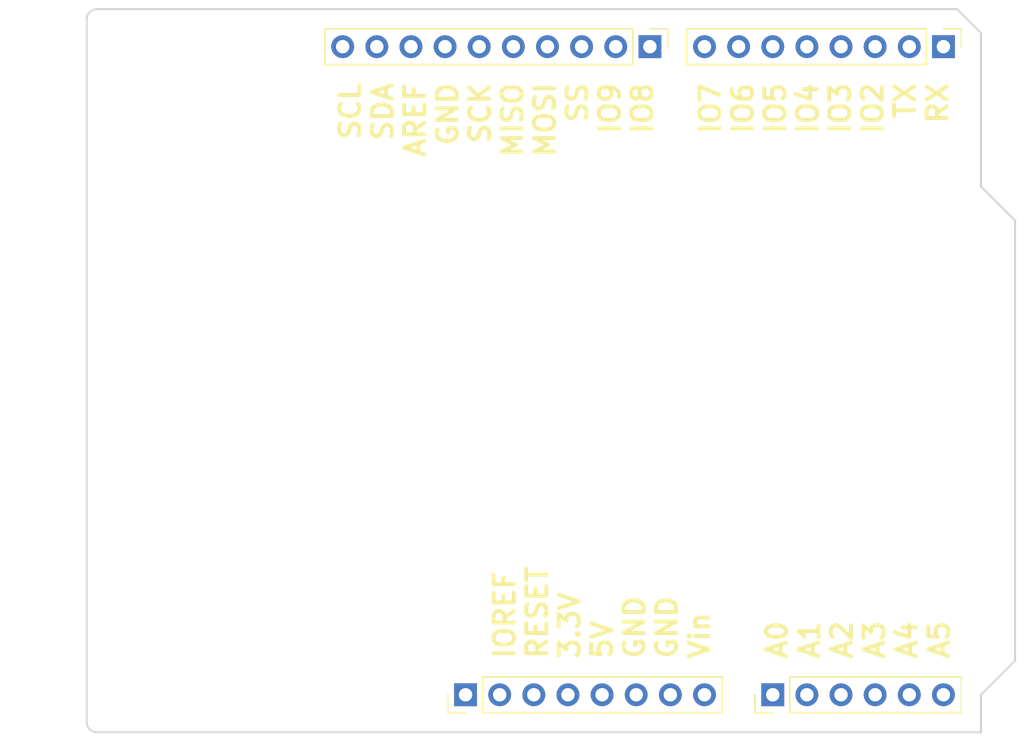
<source format=kicad_pcb>
(kicad_pcb (version 4) (host pcbnew 4.0.7)

  (general
    (links 4)
    (no_connects 4)
    (area 110.54917 50.444983 226.758945 110.415396)
    (thickness 1.6)
    (drawings 23)
    (tracks 0)
    (zones 0)
    (modules 8)
    (nets 29)
  )

  (page A4)
  (layers
    (0 F.Cu signal)
    (31 B.Cu signal)
    (32 B.Adhes user)
    (33 F.Adhes user)
    (34 B.Paste user)
    (35 F.Paste user)
    (36 B.SilkS user)
    (37 F.SilkS user)
    (38 B.Mask user)
    (39 F.Mask user)
    (40 Dwgs.User user)
    (41 Cmts.User user)
    (42 Eco1.User user)
    (43 Eco2.User user)
    (44 Edge.Cuts user)
    (45 Margin user)
    (46 B.CrtYd user)
    (47 F.CrtYd user)
    (48 B.Fab user)
    (49 F.Fab user)
  )

  (setup
    (last_trace_width 0.25)
    (trace_clearance 0.2)
    (zone_clearance 0.508)
    (zone_45_only no)
    (trace_min 0.2)
    (segment_width 0.2)
    (edge_width 0.15)
    (via_size 0.6)
    (via_drill 0.4)
    (via_min_size 0.4)
    (via_min_drill 0.3)
    (uvia_size 0.3)
    (uvia_drill 0.1)
    (uvias_allowed no)
    (uvia_min_size 0.2)
    (uvia_min_drill 0.1)
    (pcb_text_width 0.3)
    (pcb_text_size 1.5 1.5)
    (mod_edge_width 0.15)
    (mod_text_size 1 1)
    (mod_text_width 0.15)
    (pad_size 1.524 1.524)
    (pad_drill 0.762)
    (pad_to_mask_clearance 0.2)
    (aux_axis_origin 0 0)
    (visible_elements FFFFFF7F)
    (pcbplotparams
      (layerselection 0x00030_80000001)
      (usegerberextensions false)
      (excludeedgelayer true)
      (linewidth 0.100000)
      (plotframeref false)
      (viasonmask false)
      (mode 1)
      (useauxorigin false)
      (hpglpennumber 1)
      (hpglpenspeed 20)
      (hpglpendiameter 15)
      (hpglpenoverlay 2)
      (psnegative false)
      (psa4output false)
      (plotreference true)
      (plotvalue true)
      (plotinvisibletext false)
      (padsonsilk false)
      (subtractmaskfromsilk false)
      (outputformat 1)
      (mirror false)
      (drillshape 1)
      (scaleselection 1)
      (outputdirectory ""))
  )

  (net 0 "")
  (net 1 "Net-(J1-Pad1)")
  (net 2 /IOREF)
  (net 3 /RESET)
  (net 4 +3V3)
  (net 5 +5V)
  (net 6 GND)
  (net 7 /Vin)
  (net 8 /A0)
  (net 9 /A1)
  (net 10 /A2)
  (net 11 /A3)
  (net 12 /A4)
  (net 13 /A5)
  (net 14 /IO8)
  (net 15 /IO9)
  (net 16 /SS)
  (net 17 /MOSI)
  (net 18 /MISO)
  (net 19 /SCK)
  (net 20 /AREF)
  (net 21 /RX)
  (net 22 /TX)
  (net 23 /IO2)
  (net 24 /IO3)
  (net 25 /IO4)
  (net 26 /IO5)
  (net 27 /IO6)
  (net 28 /IO7)

  (net_class Default "Dies ist die voreingestellte Netzklasse."
    (clearance 0.2)
    (trace_width 0.25)
    (via_dia 0.6)
    (via_drill 0.4)
    (uvia_dia 0.3)
    (uvia_drill 0.1)
    (add_net +3V3)
    (add_net +5V)
    (add_net /A0)
    (add_net /A1)
    (add_net /A2)
    (add_net /A3)
    (add_net /A4)
    (add_net /A5)
    (add_net /AREF)
    (add_net /IO2)
    (add_net /IO3)
    (add_net /IO4)
    (add_net /IO5)
    (add_net /IO6)
    (add_net /IO7)
    (add_net /IO8)
    (add_net /IO9)
    (add_net /IOREF)
    (add_net /MISO)
    (add_net /MOSI)
    (add_net /RESET)
    (add_net /RX)
    (add_net /SCK)
    (add_net /SS)
    (add_net /TX)
    (add_net /Vin)
    (add_net GND)
    (add_net "Net-(J1-Pad1)")
  )

  (module Pin_Headers:Pin_Header_Straight_1x08_Pitch2.54mm (layer F.Cu) (tedit 5A4D49DD) (tstamp 5A4D487E)
    (at 142.494 101.346 90)
    (descr "Through hole straight pin header, 1x08, 2.54mm pitch, single row")
    (tags "Through hole pin header THT 1x08 2.54mm single row")
    (path /5A4D3F50)
    (fp_text reference J1 (at 0 -2.33 90) (layer F.SilkS) hide
      (effects (font (size 1 1) (thickness 0.15)))
    )
    (fp_text value POWER (at 0 20.11 90) (layer F.Fab) hide
      (effects (font (size 1 1) (thickness 0.15)))
    )
    (fp_line (start -0.635 -1.27) (end 1.27 -1.27) (layer F.Fab) (width 0.1))
    (fp_line (start 1.27 -1.27) (end 1.27 19.05) (layer F.Fab) (width 0.1))
    (fp_line (start 1.27 19.05) (end -1.27 19.05) (layer F.Fab) (width 0.1))
    (fp_line (start -1.27 19.05) (end -1.27 -0.635) (layer F.Fab) (width 0.1))
    (fp_line (start -1.27 -0.635) (end -0.635 -1.27) (layer F.Fab) (width 0.1))
    (fp_line (start -1.33 19.11) (end 1.33 19.11) (layer F.SilkS) (width 0.12))
    (fp_line (start -1.33 1.27) (end -1.33 19.11) (layer F.SilkS) (width 0.12))
    (fp_line (start 1.33 1.27) (end 1.33 19.11) (layer F.SilkS) (width 0.12))
    (fp_line (start -1.33 1.27) (end 1.33 1.27) (layer F.SilkS) (width 0.12))
    (fp_line (start -1.33 0) (end -1.33 -1.33) (layer F.SilkS) (width 0.12))
    (fp_line (start -1.33 -1.33) (end 0 -1.33) (layer F.SilkS) (width 0.12))
    (fp_line (start -1.8 -1.8) (end -1.8 19.55) (layer F.CrtYd) (width 0.05))
    (fp_line (start -1.8 19.55) (end 1.8 19.55) (layer F.CrtYd) (width 0.05))
    (fp_line (start 1.8 19.55) (end 1.8 -1.8) (layer F.CrtYd) (width 0.05))
    (fp_line (start 1.8 -1.8) (end -1.8 -1.8) (layer F.CrtYd) (width 0.05))
    (fp_text user %R (at 0 8.89 180) (layer F.Fab)
      (effects (font (size 1 1) (thickness 0.15)))
    )
    (pad 1 thru_hole rect (at 0 0 90) (size 1.7 1.7) (drill 1) (layers *.Cu *.Mask)
      (net 1 "Net-(J1-Pad1)"))
    (pad 2 thru_hole oval (at 0 2.54 90) (size 1.7 1.7) (drill 1) (layers *.Cu *.Mask)
      (net 2 /IOREF))
    (pad 3 thru_hole oval (at 0 5.08 90) (size 1.7 1.7) (drill 1) (layers *.Cu *.Mask)
      (net 3 /RESET))
    (pad 4 thru_hole oval (at 0 7.62 90) (size 1.7 1.7) (drill 1) (layers *.Cu *.Mask)
      (net 4 +3V3))
    (pad 5 thru_hole oval (at 0 10.16 90) (size 1.7 1.7) (drill 1) (layers *.Cu *.Mask)
      (net 5 +5V))
    (pad 6 thru_hole oval (at 0 12.7 90) (size 1.7 1.7) (drill 1) (layers *.Cu *.Mask)
      (net 6 GND))
    (pad 7 thru_hole oval (at 0 15.24 90) (size 1.7 1.7) (drill 1) (layers *.Cu *.Mask)
      (net 6 GND))
    (pad 8 thru_hole oval (at 0 17.78 90) (size 1.7 1.7) (drill 1) (layers *.Cu *.Mask)
      (net 7 /Vin))
    (model ${KISYS3DMOD}/Pin_Headers.3dshapes/Pin_Header_Straight_1x08_Pitch2.54mm.wrl
      (at (xyz 0 0 0))
      (scale (xyz 1 1 1))
      (rotate (xyz 0 0 0))
    )
  )

  (module Pin_Headers:Pin_Header_Straight_1x06_Pitch2.54mm (layer F.Cu) (tedit 5A4D49E2) (tstamp 5A4D4888)
    (at 165.354 101.346 90)
    (descr "Through hole straight pin header, 1x06, 2.54mm pitch, single row")
    (tags "Through hole pin header THT 1x06 2.54mm single row")
    (path /5A4D408D)
    (fp_text reference J2 (at 0 -2.33 90) (layer F.SilkS) hide
      (effects (font (size 1 1) (thickness 0.15)))
    )
    (fp_text value "ANALOG IN" (at 0 15.03 90) (layer F.Fab) hide
      (effects (font (size 1 1) (thickness 0.15)))
    )
    (fp_line (start -0.635 -1.27) (end 1.27 -1.27) (layer F.Fab) (width 0.1))
    (fp_line (start 1.27 -1.27) (end 1.27 13.97) (layer F.Fab) (width 0.1))
    (fp_line (start 1.27 13.97) (end -1.27 13.97) (layer F.Fab) (width 0.1))
    (fp_line (start -1.27 13.97) (end -1.27 -0.635) (layer F.Fab) (width 0.1))
    (fp_line (start -1.27 -0.635) (end -0.635 -1.27) (layer F.Fab) (width 0.1))
    (fp_line (start -1.33 14.03) (end 1.33 14.03) (layer F.SilkS) (width 0.12))
    (fp_line (start -1.33 1.27) (end -1.33 14.03) (layer F.SilkS) (width 0.12))
    (fp_line (start 1.33 1.27) (end 1.33 14.03) (layer F.SilkS) (width 0.12))
    (fp_line (start -1.33 1.27) (end 1.33 1.27) (layer F.SilkS) (width 0.12))
    (fp_line (start -1.33 0) (end -1.33 -1.33) (layer F.SilkS) (width 0.12))
    (fp_line (start -1.33 -1.33) (end 0 -1.33) (layer F.SilkS) (width 0.12))
    (fp_line (start -1.8 -1.8) (end -1.8 14.5) (layer F.CrtYd) (width 0.05))
    (fp_line (start -1.8 14.5) (end 1.8 14.5) (layer F.CrtYd) (width 0.05))
    (fp_line (start 1.8 14.5) (end 1.8 -1.8) (layer F.CrtYd) (width 0.05))
    (fp_line (start 1.8 -1.8) (end -1.8 -1.8) (layer F.CrtYd) (width 0.05))
    (fp_text user %R (at 0 6.35 180) (layer F.Fab)
      (effects (font (size 1 1) (thickness 0.15)))
    )
    (pad 1 thru_hole rect (at 0 0 90) (size 1.7 1.7) (drill 1) (layers *.Cu *.Mask)
      (net 8 /A0))
    (pad 2 thru_hole oval (at 0 2.54 90) (size 1.7 1.7) (drill 1) (layers *.Cu *.Mask)
      (net 9 /A1))
    (pad 3 thru_hole oval (at 0 5.08 90) (size 1.7 1.7) (drill 1) (layers *.Cu *.Mask)
      (net 10 /A2))
    (pad 4 thru_hole oval (at 0 7.62 90) (size 1.7 1.7) (drill 1) (layers *.Cu *.Mask)
      (net 11 /A3))
    (pad 5 thru_hole oval (at 0 10.16 90) (size 1.7 1.7) (drill 1) (layers *.Cu *.Mask)
      (net 12 /A4))
    (pad 6 thru_hole oval (at 0 12.7 90) (size 1.7 1.7) (drill 1) (layers *.Cu *.Mask)
      (net 13 /A5))
    (model ${KISYS3DMOD}/Pin_Headers.3dshapes/Pin_Header_Straight_1x06_Pitch2.54mm.wrl
      (at (xyz 0 0 0))
      (scale (xyz 1 1 1))
      (rotate (xyz 0 0 0))
    )
  )

  (module Pin_Headers:Pin_Header_Straight_1x10_Pitch2.54mm (layer F.Cu) (tedit 5A4D49C4) (tstamp 5A4D4896)
    (at 156.21 53.086 270)
    (descr "Through hole straight pin header, 1x10, 2.54mm pitch, single row")
    (tags "Through hole pin header THT 1x10 2.54mm single row")
    (path /5A4D4192)
    (fp_text reference J3 (at 0 -2.33 270) (layer F.SilkS) hide
      (effects (font (size 1 1) (thickness 0.15)))
    )
    (fp_text value IOH (at 0 25.19 270) (layer F.Fab) hide
      (effects (font (size 1 1) (thickness 0.15)))
    )
    (fp_line (start -0.635 -1.27) (end 1.27 -1.27) (layer F.Fab) (width 0.1))
    (fp_line (start 1.27 -1.27) (end 1.27 24.13) (layer F.Fab) (width 0.1))
    (fp_line (start 1.27 24.13) (end -1.27 24.13) (layer F.Fab) (width 0.1))
    (fp_line (start -1.27 24.13) (end -1.27 -0.635) (layer F.Fab) (width 0.1))
    (fp_line (start -1.27 -0.635) (end -0.635 -1.27) (layer F.Fab) (width 0.1))
    (fp_line (start -1.33 24.19) (end 1.33 24.19) (layer F.SilkS) (width 0.12))
    (fp_line (start -1.33 1.27) (end -1.33 24.19) (layer F.SilkS) (width 0.12))
    (fp_line (start 1.33 1.27) (end 1.33 24.19) (layer F.SilkS) (width 0.12))
    (fp_line (start -1.33 1.27) (end 1.33 1.27) (layer F.SilkS) (width 0.12))
    (fp_line (start -1.33 0) (end -1.33 -1.33) (layer F.SilkS) (width 0.12))
    (fp_line (start -1.33 -1.33) (end 0 -1.33) (layer F.SilkS) (width 0.12))
    (fp_line (start -1.8 -1.8) (end -1.8 24.65) (layer F.CrtYd) (width 0.05))
    (fp_line (start -1.8 24.65) (end 1.8 24.65) (layer F.CrtYd) (width 0.05))
    (fp_line (start 1.8 24.65) (end 1.8 -1.8) (layer F.CrtYd) (width 0.05))
    (fp_line (start 1.8 -1.8) (end -1.8 -1.8) (layer F.CrtYd) (width 0.05))
    (fp_text user %R (at 0 11.43 360) (layer F.Fab)
      (effects (font (size 1 1) (thickness 0.15)))
    )
    (pad 1 thru_hole rect (at 0 0 270) (size 1.7 1.7) (drill 1) (layers *.Cu *.Mask)
      (net 14 /IO8))
    (pad 2 thru_hole oval (at 0 2.54 270) (size 1.7 1.7) (drill 1) (layers *.Cu *.Mask)
      (net 15 /IO9))
    (pad 3 thru_hole oval (at 0 5.08 270) (size 1.7 1.7) (drill 1) (layers *.Cu *.Mask)
      (net 16 /SS))
    (pad 4 thru_hole oval (at 0 7.62 270) (size 1.7 1.7) (drill 1) (layers *.Cu *.Mask)
      (net 17 /MOSI))
    (pad 5 thru_hole oval (at 0 10.16 270) (size 1.7 1.7) (drill 1) (layers *.Cu *.Mask)
      (net 18 /MISO))
    (pad 6 thru_hole oval (at 0 12.7 270) (size 1.7 1.7) (drill 1) (layers *.Cu *.Mask)
      (net 19 /SCK))
    (pad 7 thru_hole oval (at 0 15.24 270) (size 1.7 1.7) (drill 1) (layers *.Cu *.Mask)
      (net 6 GND))
    (pad 8 thru_hole oval (at 0 17.78 270) (size 1.7 1.7) (drill 1) (layers *.Cu *.Mask)
      (net 20 /AREF))
    (pad 9 thru_hole oval (at 0 20.32 270) (size 1.7 1.7) (drill 1) (layers *.Cu *.Mask)
      (net 12 /A4))
    (pad 10 thru_hole oval (at 0 22.86 270) (size 1.7 1.7) (drill 1) (layers *.Cu *.Mask)
      (net 13 /A5))
    (model ${KISYS3DMOD}/Pin_Headers.3dshapes/Pin_Header_Straight_1x10_Pitch2.54mm.wrl
      (at (xyz 0 0 0))
      (scale (xyz 1 1 1))
      (rotate (xyz 0 0 0))
    )
  )

  (module Pin_Headers:Pin_Header_Straight_1x08_Pitch2.54mm (layer F.Cu) (tedit 5A4D49CD) (tstamp 5A4D48A2)
    (at 178.054 53.086 270)
    (descr "Through hole straight pin header, 1x08, 2.54mm pitch, single row")
    (tags "Through hole pin header THT 1x08 2.54mm single row")
    (path /5A4D413D)
    (fp_text reference J4 (at 0 -2.33 270) (layer F.SilkS) hide
      (effects (font (size 1 1) (thickness 0.15)))
    )
    (fp_text value IOL (at 0 20.11 270) (layer F.Fab) hide
      (effects (font (size 1 1) (thickness 0.15)))
    )
    (fp_line (start -0.635 -1.27) (end 1.27 -1.27) (layer F.Fab) (width 0.1))
    (fp_line (start 1.27 -1.27) (end 1.27 19.05) (layer F.Fab) (width 0.1))
    (fp_line (start 1.27 19.05) (end -1.27 19.05) (layer F.Fab) (width 0.1))
    (fp_line (start -1.27 19.05) (end -1.27 -0.635) (layer F.Fab) (width 0.1))
    (fp_line (start -1.27 -0.635) (end -0.635 -1.27) (layer F.Fab) (width 0.1))
    (fp_line (start -1.33 19.11) (end 1.33 19.11) (layer F.SilkS) (width 0.12))
    (fp_line (start -1.33 1.27) (end -1.33 19.11) (layer F.SilkS) (width 0.12))
    (fp_line (start 1.33 1.27) (end 1.33 19.11) (layer F.SilkS) (width 0.12))
    (fp_line (start -1.33 1.27) (end 1.33 1.27) (layer F.SilkS) (width 0.12))
    (fp_line (start -1.33 0) (end -1.33 -1.33) (layer F.SilkS) (width 0.12))
    (fp_line (start -1.33 -1.33) (end 0 -1.33) (layer F.SilkS) (width 0.12))
    (fp_line (start -1.8 -1.8) (end -1.8 19.55) (layer F.CrtYd) (width 0.05))
    (fp_line (start -1.8 19.55) (end 1.8 19.55) (layer F.CrtYd) (width 0.05))
    (fp_line (start 1.8 19.55) (end 1.8 -1.8) (layer F.CrtYd) (width 0.05))
    (fp_line (start 1.8 -1.8) (end -1.8 -1.8) (layer F.CrtYd) (width 0.05))
    (fp_text user %R (at 0 8.89 360) (layer F.Fab)
      (effects (font (size 1 1) (thickness 0.15)))
    )
    (pad 1 thru_hole rect (at 0 0 270) (size 1.7 1.7) (drill 1) (layers *.Cu *.Mask)
      (net 21 /RX))
    (pad 2 thru_hole oval (at 0 2.54 270) (size 1.7 1.7) (drill 1) (layers *.Cu *.Mask)
      (net 22 /TX))
    (pad 3 thru_hole oval (at 0 5.08 270) (size 1.7 1.7) (drill 1) (layers *.Cu *.Mask)
      (net 23 /IO2))
    (pad 4 thru_hole oval (at 0 7.62 270) (size 1.7 1.7) (drill 1) (layers *.Cu *.Mask)
      (net 24 /IO3))
    (pad 5 thru_hole oval (at 0 10.16 270) (size 1.7 1.7) (drill 1) (layers *.Cu *.Mask)
      (net 25 /IO4))
    (pad 6 thru_hole oval (at 0 12.7 270) (size 1.7 1.7) (drill 1) (layers *.Cu *.Mask)
      (net 26 /IO5))
    (pad 7 thru_hole oval (at 0 15.24 270) (size 1.7 1.7) (drill 1) (layers *.Cu *.Mask)
      (net 27 /IO6))
    (pad 8 thru_hole oval (at 0 17.78 270) (size 1.7 1.7) (drill 1) (layers *.Cu *.Mask)
      (net 28 /IO7))
    (model ${KISYS3DMOD}/Pin_Headers.3dshapes/Pin_Header_Straight_1x08_Pitch2.54mm.wrl
      (at (xyz 0 0 0))
      (scale (xyz 1 1 1))
      (rotate (xyz 0 0 0))
    )
  )

  (module Mounting_Holes:MountingHole_3.2mm_M3 (layer F.Cu) (tedit 5A4D550D) (tstamp 5A4D5525)
    (at 128.524 101.346)
    (descr "Mounting Hole 3.2mm, no annular, M3")
    (tags "mounting hole 3.2mm no annular m3")
    (attr virtual)
    (fp_text reference REF** (at 0 -4.2) (layer F.SilkS) hide
      (effects (font (size 1 1) (thickness 0.15)))
    )
    (fp_text value MountingHole_3.2mm_M3 (at 0 4.2) (layer F.Fab) hide
      (effects (font (size 1 1) (thickness 0.15)))
    )
    (fp_text user %R (at 0.3 0) (layer F.Fab)
      (effects (font (size 1 1) (thickness 0.15)))
    )
    (fp_circle (center 0 0) (end 3.2 0) (layer Cmts.User) (width 0.15))
    (fp_circle (center 0 0) (end 3.45 0) (layer F.CrtYd) (width 0.05))
    (pad 1 np_thru_hole circle (at 0 0) (size 3.2 3.2) (drill 3.2) (layers *.Cu *.Mask))
  )

  (module Mounting_Holes:MountingHole_3.2mm_M3 (layer F.Cu) (tedit 5A4D5517) (tstamp 5A4D5529)
    (at 129.794 53.086)
    (descr "Mounting Hole 3.2mm, no annular, M3")
    (tags "mounting hole 3.2mm no annular m3")
    (attr virtual)
    (fp_text reference REF** (at 0 -4.2) (layer F.SilkS) hide
      (effects (font (size 1 1) (thickness 0.15)))
    )
    (fp_text value MountingHole_3.2mm_M3 (at 0 4.2) (layer F.Fab) hide
      (effects (font (size 1 1) (thickness 0.15)))
    )
    (fp_text user %R (at 0.3 0) (layer F.Fab)
      (effects (font (size 1 1) (thickness 0.15)))
    )
    (fp_circle (center 0 0) (end 3.2 0) (layer Cmts.User) (width 0.15))
    (fp_circle (center 0 0) (end 3.45 0) (layer F.CrtYd) (width 0.05))
    (pad 1 np_thru_hole circle (at 0 0) (size 3.2 3.2) (drill 3.2) (layers *.Cu *.Mask))
  )

  (module Mounting_Holes:MountingHole_3.2mm_M3 (layer F.Cu) (tedit 5A4D54FD) (tstamp 5A4D552A)
    (at 180.594 68.326)
    (descr "Mounting Hole 3.2mm, no annular, M3")
    (tags "mounting hole 3.2mm no annular m3")
    (attr virtual)
    (fp_text reference REF** (at 0 -4.2) (layer F.SilkS) hide
      (effects (font (size 1 1) (thickness 0.15)))
    )
    (fp_text value MountingHole_3.2mm_M3 (at 0 4.2) (layer F.Fab) hide
      (effects (font (size 1 1) (thickness 0.15)))
    )
    (fp_text user %R (at 0.3 0) (layer F.Fab)
      (effects (font (size 1 1) (thickness 0.15)))
    )
    (fp_circle (center 0 0) (end 3.2 0) (layer Cmts.User) (width 0.15))
    (fp_circle (center 0 0) (end 3.45 0) (layer F.CrtYd) (width 0.05))
    (pad 1 np_thru_hole circle (at 0 0) (size 3.2 3.2) (drill 3.2) (layers *.Cu *.Mask))
  )

  (module Mounting_Holes:MountingHole_3.2mm_M3 (layer F.Cu) (tedit 5A4D5505) (tstamp 5A4D552B)
    (at 180.594 96.266)
    (descr "Mounting Hole 3.2mm, no annular, M3")
    (tags "mounting hole 3.2mm no annular m3")
    (attr virtual)
    (fp_text reference REF** (at 0 -4.2) (layer F.SilkS) hide
      (effects (font (size 1 1) (thickness 0.15)))
    )
    (fp_text value MountingHole_3.2mm_M3 (at 0 4.2) (layer F.Fab) hide
      (effects (font (size 1 1) (thickness 0.15)))
    )
    (fp_text user %R (at 0.3 0) (layer F.Fab)
      (effects (font (size 1 1) (thickness 0.15)))
    )
    (fp_circle (center 0 0) (end 3.2 0) (layer Cmts.User) (width 0.15))
    (fp_circle (center 0 0) (end 3.45 0) (layer F.CrtYd) (width 0.05))
    (pad 1 np_thru_hole circle (at 0 0) (size 3.2 3.2) (drill 3.2) (layers *.Cu *.Mask))
  )

  (gr_line (start 124.206 59.944) (end 124.206 71.628) (angle 90) (layer Dwgs.User) (width 0.2))
  (gr_line (start 107.95 59.944) (end 124.206 59.944) (angle 90) (layer Dwgs.User) (width 0.2))
  (gr_line (start 107.95 71.628) (end 107.95 59.944) (angle 90) (layer Dwgs.User) (width 0.2))
  (gr_line (start 124.206 71.628) (end 107.95 71.628) (angle 90) (layer Dwgs.User) (width 0.2))
  (gr_line (start 112.522 100.838) (end 112.522 91.694) (angle 90) (layer Dwgs.User) (width 0.2))
  (gr_line (start 125.984 100.838) (end 112.522 100.838) (angle 90) (layer Dwgs.User) (width 0.2))
  (gr_line (start 125.984 91.694) (end 125.984 100.838) (angle 90) (layer Dwgs.User) (width 0.2))
  (gr_line (start 112.522 91.694) (end 125.984 91.694) (angle 90) (layer Dwgs.User) (width 0.2))
  (gr_line (start 180.848 104.14) (end 115.062 104.14) (angle 90) (layer Edge.Cuts) (width 0.15))
  (gr_line (start 180.848 101.346) (end 180.848 104.14) (angle 90) (layer Edge.Cuts) (width 0.15))
  (gr_line (start 183.388 98.806) (end 180.848 101.346) (angle 90) (layer Edge.Cuts) (width 0.15))
  (gr_line (start 183.388 66.04) (end 183.388 98.806) (angle 90) (layer Edge.Cuts) (width 0.15))
  (gr_line (start 180.848 63.5) (end 183.388 66.04) (angle 90) (layer Edge.Cuts) (width 0.15))
  (gr_line (start 180.848 52.07) (end 180.848 63.5) (angle 90) (layer Edge.Cuts) (width 0.15))
  (gr_line (start 179.07 50.292) (end 180.848 52.07) (angle 90) (layer Edge.Cuts) (width 0.15))
  (gr_line (start 115.062 50.292) (end 179.07 50.292) (angle 90) (layer Edge.Cuts) (width 0.15))
  (gr_line (start 114.3 103.378) (end 114.3 51.054) (angle 90) (layer Edge.Cuts) (width 0.15))
  (gr_arc (start 115.062 103.378) (end 115.062 104.14) (angle 90) (layer Edge.Cuts) (width 0.15))
  (gr_arc (start 115.062 51.054) (end 114.3 51.054) (angle 90) (layer Edge.Cuts) (width 0.15))
  (gr_text "SCL\nSDA\nAREF\nGND\nSCK\nMISO\nMOSI\nSS\nIO9\nIO8" (at 144.78 55.626 90) (layer F.SilkS)
    (effects (font (size 1.5 1.5) (thickness 0.3)) (justify right))
  )
  (gr_text "IO7\nIO6\nIO5\nIO4\nIO3\nIO2\nTX\nRX" (at 169.164 55.626 90) (layer F.SilkS)
    (effects (font (size 1.5 1.5) (thickness 0.3)) (justify right))
  )
  (gr_text "A0\nA1\nA2\nA3\nA4\nA5" (at 171.704 98.806 90) (layer F.SilkS)
    (effects (font (size 1.5 1.5) (thickness 0.3)) (justify left))
  )
  (gr_text "IOREF\nRESET\n3.3V\n5V\nGND\nGND\nVin" (at 152.654 98.806 90) (layer F.SilkS)
    (effects (font (size 1.5 1.5) (thickness 0.3)) (justify left))
  )

)

</source>
